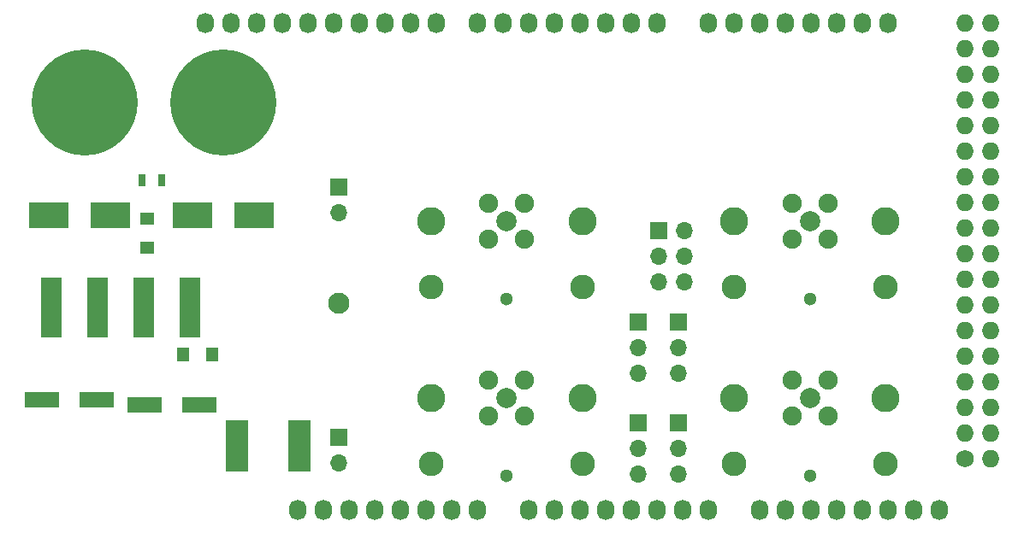
<source format=gbr>
G04 #@! TF.FileFunction,Soldermask,Top*
%FSLAX46Y46*%
G04 Gerber Fmt 4.6, Leading zero omitted, Abs format (unit mm)*
G04 Created by KiCad (PCBNEW 4.0.7) date 12/07/17 00:39:05*
%MOMM*%
%LPD*%
G01*
G04 APERTURE LIST*
%ADD10C,0.100000*%
%ADD11R,2.300000X5.200000*%
%ADD12O,1.900000X1.900000*%
%ADD13C,2.000000*%
%ADD14C,2.800000*%
%ADD15C,2.450000*%
%ADD16C,1.300000*%
%ADD17O,1.727200X2.032000*%
%ADD18C,1.727200*%
%ADD19O,1.727200X1.727200*%
%ADD20R,1.700000X1.700000*%
%ADD21O,1.700000X1.700000*%
%ADD22R,3.500000X1.600000*%
%ADD23R,2.000000X6.000000*%
%ADD24R,4.000000X2.500000*%
%ADD25C,2.100000*%
%ADD26R,0.700000X1.300000*%
%ADD27C,10.500000*%
%ADD28R,1.400000X1.300000*%
%ADD29R,1.300000X1.400000*%
G04 APERTURE END LIST*
D10*
D11*
X131478000Y-112776000D03*
X125278000Y-112776000D03*
D12*
X180232234Y-88732234D03*
X183767766Y-88732234D03*
X183767766Y-92267766D03*
X180232234Y-92267766D03*
D13*
X182000000Y-90500000D03*
D14*
X189500000Y-90500000D03*
X174500000Y-90500000D03*
D15*
X189500000Y-97000000D03*
X174500000Y-97000000D03*
D16*
X182000000Y-98200000D03*
D12*
X150232234Y-88732234D03*
X153767766Y-88732234D03*
X153767766Y-92267766D03*
X150232234Y-92267766D03*
D13*
X152000000Y-90500000D03*
D14*
X159500000Y-90500000D03*
X144500000Y-90500000D03*
D15*
X159500000Y-97000000D03*
X144500000Y-97000000D03*
D16*
X152000000Y-98200000D03*
D17*
X154178000Y-119126000D03*
X156718000Y-119126000D03*
X159258000Y-119126000D03*
X161798000Y-119126000D03*
X164338000Y-119126000D03*
X166878000Y-119126000D03*
X169418000Y-119126000D03*
X171958000Y-119126000D03*
X177038000Y-119126000D03*
X179578000Y-119126000D03*
X182118000Y-119126000D03*
X184658000Y-119126000D03*
X187198000Y-119126000D03*
X189738000Y-119126000D03*
X192278000Y-119126000D03*
X194818000Y-119126000D03*
X149098000Y-70866000D03*
X151638000Y-70866000D03*
X154178000Y-70866000D03*
X156718000Y-70866000D03*
X159258000Y-70866000D03*
X161798000Y-70866000D03*
X164338000Y-70866000D03*
X166878000Y-70866000D03*
X171958000Y-70866000D03*
X174498000Y-70866000D03*
X177038000Y-70866000D03*
X179578000Y-70866000D03*
X182118000Y-70866000D03*
X184658000Y-70866000D03*
X187198000Y-70866000D03*
X189738000Y-70866000D03*
D18*
X197358000Y-114046000D03*
D19*
X199898000Y-114046000D03*
X197358000Y-111506000D03*
X199898000Y-111506000D03*
X197358000Y-108966000D03*
X199898000Y-108966000D03*
X197358000Y-106426000D03*
X199898000Y-106426000D03*
X197358000Y-103886000D03*
X199898000Y-103886000D03*
X197358000Y-101346000D03*
X199898000Y-101346000D03*
X197358000Y-98806000D03*
X199898000Y-98806000D03*
X197358000Y-96266000D03*
X199898000Y-96266000D03*
X197358000Y-93726000D03*
X199898000Y-93726000D03*
X197358000Y-91186000D03*
X199898000Y-91186000D03*
X197358000Y-88646000D03*
X199898000Y-88646000D03*
X197358000Y-86106000D03*
X199898000Y-86106000D03*
X197358000Y-83566000D03*
X199898000Y-83566000D03*
X197358000Y-81026000D03*
X199898000Y-81026000D03*
X197358000Y-78486000D03*
X199898000Y-78486000D03*
X197358000Y-75946000D03*
X199898000Y-75946000D03*
X197358000Y-73406000D03*
X199898000Y-73406000D03*
X197358000Y-70866000D03*
X199898000Y-70866000D03*
D20*
X165000000Y-100500000D03*
D21*
X165000000Y-103040000D03*
X165000000Y-105580000D03*
D20*
X167005000Y-91440000D03*
D21*
X169545000Y-91440000D03*
X167005000Y-93980000D03*
X169545000Y-93980000D03*
X167005000Y-96520000D03*
X169545000Y-96520000D03*
D22*
X111412000Y-108204000D03*
X106012000Y-108204000D03*
D23*
X116064000Y-99060000D03*
X120664000Y-99060000D03*
X111520000Y-99060000D03*
X106920000Y-99060000D03*
D22*
X116172000Y-108666000D03*
X121572000Y-108666000D03*
D24*
X112778000Y-89916000D03*
X106678000Y-89916000D03*
D17*
X122174000Y-70866000D03*
X124714000Y-70866000D03*
X127254000Y-70866000D03*
X129794000Y-70866000D03*
X132334000Y-70866000D03*
X134874000Y-70866000D03*
X137414000Y-70866000D03*
X139954000Y-70866000D03*
X142494000Y-70866000D03*
X145034000Y-70866000D03*
X131318000Y-119126000D03*
X133858000Y-119126000D03*
X136398000Y-119126000D03*
X138938000Y-119126000D03*
X141478000Y-119126000D03*
X144018000Y-119126000D03*
X146558000Y-119126000D03*
X149098000Y-119126000D03*
D24*
X120902000Y-89916000D03*
X127002000Y-89916000D03*
D25*
X135378000Y-98666000D03*
D26*
X115928000Y-86416000D03*
X117828000Y-86416000D03*
D27*
X110236000Y-78740000D03*
X123952000Y-78740000D03*
D28*
X116378000Y-90216000D03*
X116378000Y-93116000D03*
D29*
X119928000Y-103666000D03*
X122828000Y-103666000D03*
D12*
X150232234Y-106232234D03*
X153767766Y-106232234D03*
X153767766Y-109767766D03*
X150232234Y-109767766D03*
D13*
X152000000Y-108000000D03*
D14*
X159500000Y-108000000D03*
X144500000Y-108000000D03*
D15*
X159500000Y-114500000D03*
X144500000Y-114500000D03*
D16*
X152000000Y-115700000D03*
D20*
X165000000Y-110500000D03*
D21*
X165000000Y-113040000D03*
X165000000Y-115580000D03*
D20*
X169000000Y-100500000D03*
D21*
X169000000Y-103040000D03*
X169000000Y-105580000D03*
D12*
X180232234Y-106232234D03*
X183767766Y-106232234D03*
X183767766Y-109767766D03*
X180232234Y-109767766D03*
D13*
X182000000Y-108000000D03*
D14*
X189500000Y-108000000D03*
X174500000Y-108000000D03*
D15*
X189500000Y-114500000D03*
X174500000Y-114500000D03*
D16*
X182000000Y-115700000D03*
D20*
X169000000Y-110500000D03*
D21*
X169000000Y-113040000D03*
X169000000Y-115580000D03*
D20*
X135378000Y-111876000D03*
D21*
X135378000Y-114416000D03*
D20*
X135378000Y-87126000D03*
D21*
X135378000Y-89666000D03*
M02*

</source>
